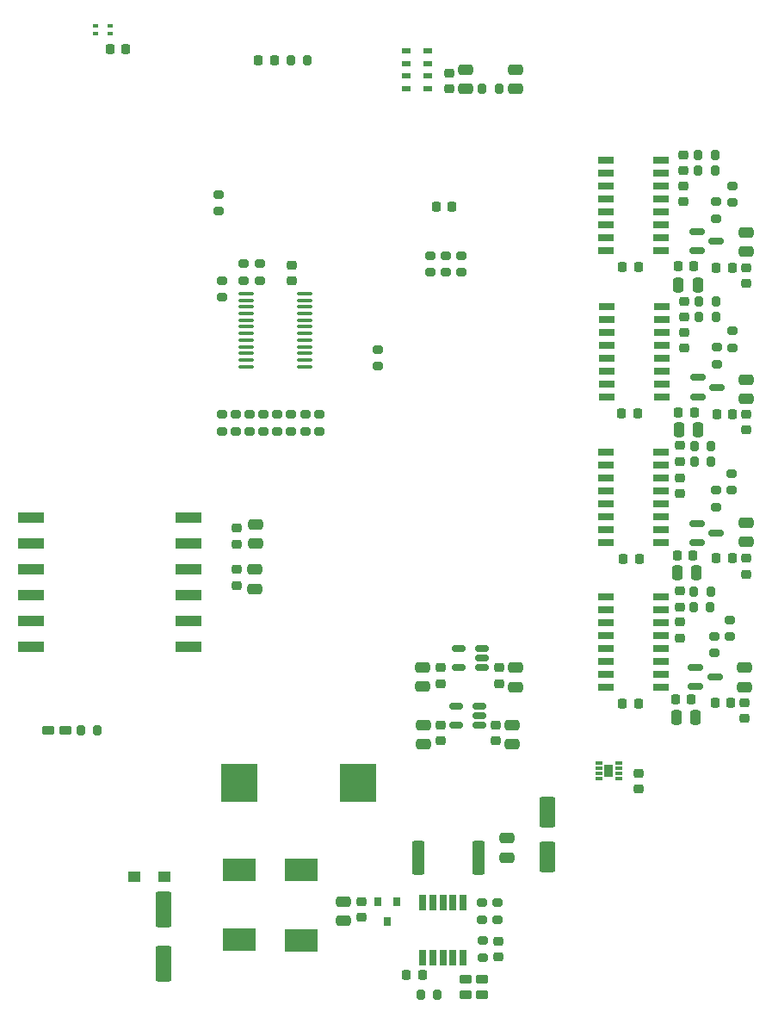
<source format=gtp>
G04 #@! TF.GenerationSoftware,KiCad,Pcbnew,(6.0.5)*
G04 #@! TF.CreationDate,2022-12-03T11:34:05+01:00*
G04 #@! TF.ProjectId,ruche,72756368-652e-46b6-9963-61645f706362,rev?*
G04 #@! TF.SameCoordinates,Original*
G04 #@! TF.FileFunction,Paste,Top*
G04 #@! TF.FilePolarity,Positive*
%FSLAX46Y46*%
G04 Gerber Fmt 4.6, Leading zero omitted, Abs format (unit mm)*
G04 Created by KiCad (PCBNEW (6.0.5)) date 2022-12-03 11:34:05*
%MOMM*%
%LPD*%
G01*
G04 APERTURE LIST*
G04 Aperture macros list*
%AMRoundRect*
0 Rectangle with rounded corners*
0 $1 Rounding radius*
0 $2 $3 $4 $5 $6 $7 $8 $9 X,Y pos of 4 corners*
0 Add a 4 corners polygon primitive as box body*
4,1,4,$2,$3,$4,$5,$6,$7,$8,$9,$2,$3,0*
0 Add four circle primitives for the rounded corners*
1,1,$1+$1,$2,$3*
1,1,$1+$1,$4,$5*
1,1,$1+$1,$6,$7*
1,1,$1+$1,$8,$9*
0 Add four rect primitives between the rounded corners*
20,1,$1+$1,$2,$3,$4,$5,0*
20,1,$1+$1,$4,$5,$6,$7,0*
20,1,$1+$1,$6,$7,$8,$9,0*
20,1,$1+$1,$8,$9,$2,$3,0*%
G04 Aperture macros list end*
%ADD10R,0.500000X0.300000*%
%ADD11RoundRect,0.225000X-0.225000X-0.250000X0.225000X-0.250000X0.225000X0.250000X-0.225000X0.250000X0*%
%ADD12RoundRect,0.250000X-0.550000X1.500000X-0.550000X-1.500000X0.550000X-1.500000X0.550000X1.500000X0*%
%ADD13RoundRect,0.225000X-0.250000X0.225000X-0.250000X-0.225000X0.250000X-0.225000X0.250000X0.225000X0*%
%ADD14RoundRect,0.250000X-0.475000X0.250000X-0.475000X-0.250000X0.475000X-0.250000X0.475000X0.250000X0*%
%ADD15RoundRect,0.250000X0.475000X-0.250000X0.475000X0.250000X-0.475000X0.250000X-0.475000X-0.250000X0*%
%ADD16RoundRect,0.250000X0.550000X-1.250000X0.550000X1.250000X-0.550000X1.250000X-0.550000X-1.250000X0*%
%ADD17RoundRect,0.212500X-0.400000X-0.212500X0.400000X-0.212500X0.400000X0.212500X-0.400000X0.212500X0*%
%ADD18R,1.240000X1.120000*%
%ADD19R,3.200000X2.250000*%
%ADD20R,0.650000X1.525000*%
%ADD21R,3.650000X3.750000*%
%ADD22R,0.800000X0.900000*%
%ADD23RoundRect,0.200000X-0.200000X-0.275000X0.200000X-0.275000X0.200000X0.275000X-0.200000X0.275000X0*%
%ADD24RoundRect,0.200000X0.275000X-0.200000X0.275000X0.200000X-0.275000X0.200000X-0.275000X-0.200000X0*%
%ADD25RoundRect,0.200000X-0.275000X0.200000X-0.275000X-0.200000X0.275000X-0.200000X0.275000X0.200000X0*%
%ADD26RoundRect,0.250000X-0.362500X-1.425000X0.362500X-1.425000X0.362500X1.425000X-0.362500X1.425000X0*%
%ADD27R,0.750000X0.300000*%
%ADD28R,0.900000X1.300000*%
%ADD29R,2.500000X1.000000*%
%ADD30RoundRect,0.225000X0.250000X-0.225000X0.250000X0.225000X-0.250000X0.225000X-0.250000X-0.225000X0*%
%ADD31RoundRect,0.150000X-0.587500X-0.150000X0.587500X-0.150000X0.587500X0.150000X-0.587500X0.150000X0*%
%ADD32RoundRect,0.218750X0.218750X0.256250X-0.218750X0.256250X-0.218750X-0.256250X0.218750X-0.256250X0*%
%ADD33RoundRect,0.218750X-0.218750X-0.256250X0.218750X-0.256250X0.218750X0.256250X-0.218750X0.256250X0*%
%ADD34RoundRect,0.250000X-0.250000X-0.475000X0.250000X-0.475000X0.250000X0.475000X-0.250000X0.475000X0*%
%ADD35RoundRect,0.100000X-0.637500X-0.100000X0.637500X-0.100000X0.637500X0.100000X-0.637500X0.100000X0*%
%ADD36RoundRect,0.150000X0.512500X0.150000X-0.512500X0.150000X-0.512500X-0.150000X0.512500X-0.150000X0*%
%ADD37R,1.525000X0.700000*%
%ADD38RoundRect,0.225000X0.225000X0.250000X-0.225000X0.250000X-0.225000X-0.250000X0.225000X-0.250000X0*%
%ADD39R,0.950000X0.550000*%
G04 APERTURE END LIST*
D10*
X95937391Y-70282391D03*
X95937391Y-71082391D03*
X97337391Y-71082391D03*
X97337391Y-70282391D03*
D11*
X97337391Y-72557391D03*
X98887391Y-72557391D03*
D12*
X102625000Y-157110000D03*
X102625000Y-162510000D03*
D13*
X122060000Y-156385000D03*
X122060000Y-157935000D03*
D14*
X120290000Y-156390000D03*
X120290000Y-158290000D03*
D13*
X135560000Y-160275000D03*
X135560000Y-161825000D03*
X149347466Y-143757466D03*
X149347466Y-145307466D03*
D11*
X126495000Y-163600000D03*
X128045000Y-163600000D03*
D15*
X136410000Y-152035000D03*
X136410000Y-150135000D03*
D16*
X140380000Y-152010000D03*
X140380000Y-147610000D03*
D17*
X91277500Y-139580000D03*
X92902500Y-139580000D03*
D18*
X102700000Y-153900000D03*
X99700000Y-153900000D03*
D17*
X132307500Y-165542000D03*
X133932500Y-165542000D03*
X132327500Y-163992000D03*
X133952500Y-163992000D03*
D19*
X116180000Y-153260000D03*
X116180000Y-160160000D03*
X110025000Y-153235000D03*
X110025000Y-160135000D03*
D20*
X128070000Y-161912000D03*
X129070000Y-161912000D03*
X130070000Y-161912000D03*
X131070000Y-161912000D03*
X132070000Y-161912000D03*
X132070000Y-156488000D03*
X131070000Y-156488000D03*
X130070000Y-156488000D03*
X129070000Y-156488000D03*
X128070000Y-156488000D03*
D21*
X110040000Y-144690000D03*
X121740000Y-144690000D03*
D22*
X125540000Y-156350000D03*
X123640000Y-156350000D03*
X124590000Y-158350000D03*
D23*
X94425000Y-139570000D03*
X96075000Y-139570000D03*
D24*
X133990000Y-161875000D03*
X133990000Y-160225000D03*
D23*
X127895000Y-165540000D03*
X129545000Y-165540000D03*
D25*
X135460000Y-156485000D03*
X135460000Y-158135000D03*
D24*
X133960000Y-158135000D03*
X133960000Y-156485000D03*
D26*
X127637500Y-152030000D03*
X133562500Y-152030000D03*
D25*
X112080000Y-93685000D03*
X112080000Y-95335000D03*
X110480000Y-93685000D03*
X110480000Y-95335000D03*
D27*
X147397466Y-144257466D03*
X147397466Y-143757466D03*
X147397466Y-143257466D03*
X147397466Y-142757466D03*
X145397466Y-142757466D03*
X145397466Y-143257466D03*
X145397466Y-143757466D03*
X145397466Y-144257466D03*
D28*
X146397466Y-143507466D03*
D29*
X105065000Y-131360000D03*
X105065000Y-128820000D03*
X105065000Y-126280000D03*
X105065000Y-123740000D03*
X105065000Y-121200000D03*
X105065000Y-118660000D03*
X89565000Y-118660000D03*
X89565000Y-121200000D03*
X89565000Y-123740000D03*
X89565000Y-126280000D03*
X89565000Y-128820000D03*
X89565000Y-131360000D03*
D13*
X109765000Y-123750000D03*
X109765000Y-125300000D03*
D14*
X111590000Y-123750000D03*
X111590000Y-125650000D03*
D24*
X123660000Y-103745000D03*
X123660000Y-102095000D03*
D14*
X128070000Y-133360000D03*
X128070000Y-135260000D03*
D30*
X109780000Y-121215000D03*
X109780000Y-119665000D03*
D24*
X158540000Y-87655000D03*
X158540000Y-86005000D03*
D15*
X159900000Y-92500000D03*
X159900000Y-90600000D03*
D14*
X136853750Y-139030000D03*
X136853750Y-140930000D03*
D24*
X108340000Y-96995000D03*
X108340000Y-95345000D03*
D15*
X159770000Y-135300000D03*
X159770000Y-133400000D03*
D31*
X154952500Y-133340000D03*
X154952500Y-135240000D03*
X156827500Y-134290000D03*
D13*
X135233750Y-139035000D03*
X135233750Y-140585000D03*
D24*
X158280000Y-130325000D03*
X158280000Y-128675000D03*
X156980000Y-89235000D03*
X156980000Y-87585000D03*
D30*
X153370000Y-113105000D03*
X153370000Y-111555000D03*
D11*
X147825000Y-122700000D03*
X149375000Y-122700000D03*
X153265000Y-108270000D03*
X154815000Y-108270000D03*
D25*
X109670000Y-108485000D03*
X109670000Y-110135000D03*
X112400000Y-108485000D03*
X112400000Y-110135000D03*
D32*
X158517500Y-122640000D03*
X156942500Y-122640000D03*
D25*
X115150000Y-108485000D03*
X115150000Y-110135000D03*
D13*
X159920000Y-108475000D03*
X159920000Y-110025000D03*
D15*
X159920000Y-106940000D03*
X159920000Y-105040000D03*
D33*
X111912500Y-73700000D03*
X113487500Y-73700000D03*
D24*
X158460000Y-115925000D03*
X158460000Y-114275000D03*
D34*
X153280000Y-109990000D03*
X155180000Y-109990000D03*
X153020000Y-138290000D03*
X154920000Y-138290000D03*
D31*
X155152500Y-104870000D03*
X155152500Y-106770000D03*
X157027500Y-105820000D03*
D35*
X110747500Y-96625000D03*
X110747500Y-97275000D03*
X110747500Y-97925000D03*
X110747500Y-98575000D03*
X110747500Y-99225000D03*
X110747500Y-99875000D03*
X110747500Y-100525000D03*
X110747500Y-101175000D03*
X110747500Y-101825000D03*
X110747500Y-102475000D03*
X110747500Y-103125000D03*
X110747500Y-103775000D03*
X116472500Y-103775000D03*
X116472500Y-103125000D03*
X116472500Y-102475000D03*
X116472500Y-101825000D03*
X116472500Y-101175000D03*
X116472500Y-100525000D03*
X116472500Y-99875000D03*
X116472500Y-99225000D03*
X116472500Y-98575000D03*
X116472500Y-97925000D03*
X116472500Y-97275000D03*
X116472500Y-96625000D03*
D25*
X108310000Y-108485000D03*
X108310000Y-110135000D03*
D36*
X133681250Y-139030000D03*
X133681250Y-138080000D03*
X133681250Y-137130000D03*
X131406250Y-137130000D03*
X131406250Y-139030000D03*
D24*
X156820000Y-131945000D03*
X156820000Y-130295000D03*
D13*
X159900000Y-94085000D03*
X159900000Y-95635000D03*
D15*
X137225000Y-76480000D03*
X137225000Y-74580000D03*
D13*
X159870000Y-122635000D03*
X159870000Y-124185000D03*
D11*
X153105000Y-122370000D03*
X154655000Y-122370000D03*
D23*
X115085000Y-73700000D03*
X116735000Y-73700000D03*
D11*
X147755000Y-136920000D03*
X149305000Y-136920000D03*
D13*
X135590000Y-133395000D03*
X135590000Y-134945000D03*
D23*
X133925000Y-76480000D03*
X135575000Y-76480000D03*
D11*
X147675000Y-108410000D03*
X149225000Y-108410000D03*
D32*
X158527500Y-94060000D03*
X156952500Y-94060000D03*
X158407500Y-136810000D03*
X156832500Y-136810000D03*
D15*
X111640000Y-121180000D03*
X111640000Y-119280000D03*
D23*
X154815000Y-111560000D03*
X156465000Y-111560000D03*
D37*
X151602000Y-106775000D03*
X151602000Y-105505000D03*
X151602000Y-104235000D03*
X151602000Y-102965000D03*
X151602000Y-101695000D03*
X151602000Y-100425000D03*
X151602000Y-99155000D03*
X151602000Y-97885000D03*
X146178000Y-97885000D03*
X146178000Y-99155000D03*
X146178000Y-100425000D03*
X146178000Y-101695000D03*
X146178000Y-102965000D03*
X146178000Y-104235000D03*
X146178000Y-105505000D03*
X146178000Y-106775000D03*
D24*
X128820000Y-94535000D03*
X128820000Y-92885000D03*
D37*
X151562000Y-121085000D03*
X151562000Y-119815000D03*
X151562000Y-118545000D03*
X151562000Y-117275000D03*
X151562000Y-116005000D03*
X151562000Y-114735000D03*
X151562000Y-113465000D03*
X151562000Y-112195000D03*
X146138000Y-112195000D03*
X146138000Y-113465000D03*
X146138000Y-114735000D03*
X146138000Y-116005000D03*
X146138000Y-117275000D03*
X146138000Y-118545000D03*
X146138000Y-119815000D03*
X146138000Y-121085000D03*
D38*
X130945000Y-88080000D03*
X129395000Y-88080000D03*
D24*
X157040000Y-103545000D03*
X157040000Y-101895000D03*
D23*
X154745000Y-127400000D03*
X156395000Y-127400000D03*
D25*
X117910000Y-108485000D03*
X117910000Y-110135000D03*
D34*
X153250000Y-95750000D03*
X155150000Y-95750000D03*
X153120000Y-124080000D03*
X155020000Y-124080000D03*
D11*
X147745000Y-94020000D03*
X149295000Y-94020000D03*
D30*
X153820000Y-98895000D03*
X153820000Y-97345000D03*
D37*
X151542000Y-135285000D03*
X151542000Y-134015000D03*
X151542000Y-132745000D03*
X151542000Y-131475000D03*
X151542000Y-130205000D03*
X151542000Y-128935000D03*
X151542000Y-127665000D03*
X151542000Y-126395000D03*
X146118000Y-126395000D03*
X146118000Y-127665000D03*
X146118000Y-128935000D03*
X146118000Y-130205000D03*
X146118000Y-131475000D03*
X146118000Y-132745000D03*
X146118000Y-134015000D03*
X146118000Y-135285000D03*
D23*
X154815000Y-113110000D03*
X156465000Y-113110000D03*
D13*
X129843750Y-139035000D03*
X129843750Y-140585000D03*
D11*
X152985000Y-136530000D03*
X154535000Y-136530000D03*
X153235000Y-93890000D03*
X154785000Y-93890000D03*
D24*
X158540000Y-101915000D03*
X158540000Y-100265000D03*
X130350000Y-94535000D03*
X130350000Y-92885000D03*
D30*
X130675000Y-76455000D03*
X130675000Y-74905000D03*
D25*
X111020000Y-108485000D03*
X111020000Y-110135000D03*
D31*
X155072500Y-119190000D03*
X155072500Y-121090000D03*
X156947500Y-120140000D03*
D30*
X153710000Y-87585000D03*
X153710000Y-86035000D03*
D25*
X116530000Y-108485000D03*
X116530000Y-110135000D03*
D23*
X155265000Y-98890000D03*
X156915000Y-98890000D03*
D30*
X153820000Y-101965000D03*
X153820000Y-100415000D03*
D13*
X159770000Y-136815000D03*
X159770000Y-138365000D03*
D25*
X113780000Y-108485000D03*
X113780000Y-110135000D03*
D30*
X115180000Y-95335000D03*
X115180000Y-93785000D03*
D32*
X158577500Y-108450000D03*
X157002500Y-108450000D03*
D37*
X151560000Y-92390000D03*
X151560000Y-91120000D03*
X151560000Y-89850000D03*
X151560000Y-88580000D03*
X151560000Y-87310000D03*
X151560000Y-86040000D03*
X151560000Y-84770000D03*
X151560000Y-83500000D03*
X146136000Y-83500000D03*
X146136000Y-84770000D03*
X146136000Y-86040000D03*
X146136000Y-87310000D03*
X146136000Y-88580000D03*
X146136000Y-89850000D03*
X146136000Y-91120000D03*
X146136000Y-92390000D03*
D30*
X153730000Y-84535000D03*
X153730000Y-82985000D03*
D14*
X128203750Y-139030000D03*
X128203750Y-140930000D03*
D25*
X107980000Y-86855000D03*
X107980000Y-88505000D03*
D23*
X154755000Y-125870000D03*
X156405000Y-125870000D03*
D30*
X153360000Y-127395000D03*
X153360000Y-125845000D03*
D15*
X132350000Y-76480000D03*
X132350000Y-74580000D03*
D39*
X128620000Y-76475000D03*
X128620000Y-75225000D03*
X128620000Y-73975000D03*
X128620000Y-72725000D03*
X126470000Y-72725000D03*
X126470000Y-73975000D03*
X126470000Y-75225000D03*
X126470000Y-76475000D03*
D14*
X137260000Y-133390000D03*
X137260000Y-135290000D03*
D15*
X159870000Y-121020000D03*
X159870000Y-119120000D03*
D36*
X133887500Y-133390000D03*
X133887500Y-132440000D03*
X133887500Y-131490000D03*
X131612500Y-131490000D03*
X131612500Y-133390000D03*
D30*
X153370000Y-116275000D03*
X153370000Y-114725000D03*
D13*
X129880000Y-133395000D03*
X129880000Y-134945000D03*
D24*
X131870000Y-94535000D03*
X131870000Y-92885000D03*
D23*
X155195000Y-82980000D03*
X156845000Y-82980000D03*
D24*
X156940000Y-117575000D03*
X156940000Y-115925000D03*
D31*
X155072500Y-90480000D03*
X155072500Y-92380000D03*
X156947500Y-91430000D03*
D23*
X155185000Y-84500000D03*
X156835000Y-84500000D03*
X155265000Y-97370000D03*
X156915000Y-97370000D03*
D30*
X153370000Y-130445000D03*
X153370000Y-128895000D03*
M02*

</source>
